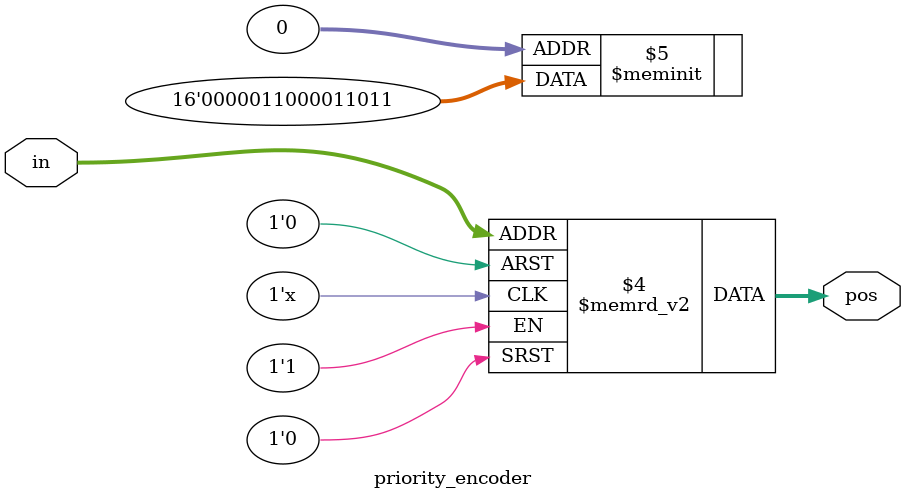
<source format=v>
module priority_encoder( 
input [2:0] in,
output reg [1:0] pos ); 
// When sel=1, assign b to out
always @ (in)
case (in)
3'd0 : pos = 2'b11;
3'd1 : pos = 2'b10;
3'd2 : pos = 2'b01;
3'd3 : pos = 2'b00;
3'd4 : pos = 2'b10;
3'd5 : pos = 2'b01;
3'd6 : pos = 2'b00;
3'd7 : pos = 2'b00;
default : pos = 2'b00;
endcase
endmodule

</source>
